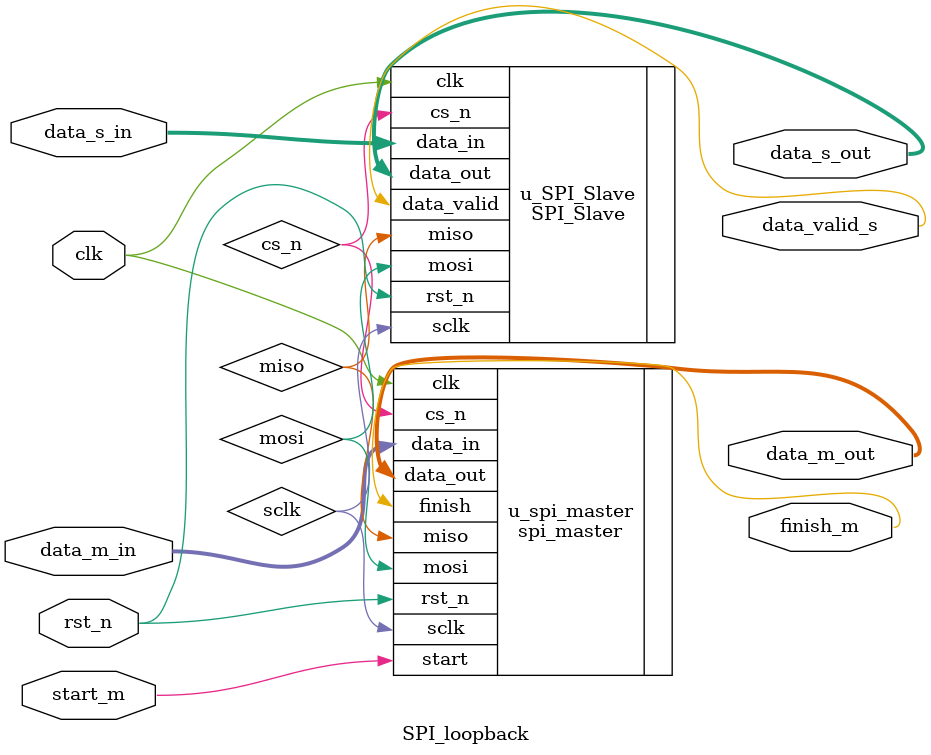
<source format=v>

`timescale 1ns/1ps

module SPI_loopback
#(
	parameter	CLK_FREQUENCE	= 50_000_000		,	
				SPI_FREQUENCE	= 5_000_000			,	
				DATA_WIDTH		= 8					,	
				CPOL			= 0					,	
				CPHA			= 0					 	
)
(
	input							clk			,
	input							rst_n		,
	input		[DATA_WIDTH-1:0]	data_m_in	,
	input		[DATA_WIDTH-1:0]	data_s_in	,
	input							start_m		,
	output							finish_m	,
	output		[DATA_WIDTH-1:0]	data_m_out	,
	output		[DATA_WIDTH-1:0]	data_s_out	,
	output							data_valid_s	 
);

wire				miso	;
wire				mosi	;
wire				cs_n	;
wire				sclk	;

spi_master 
#(
	.CLK_FREQUENCE (CLK_FREQUENCE ),
	.SPI_FREQUENCE (SPI_FREQUENCE ),
	.DATA_WIDTH    (DATA_WIDTH    ),
	.CPOL          (CPOL          ),
	.CPHA          (CPHA          ) 
)
u_spi_master(
	.clk      (clk      ),
	.rst_n    (rst_n    ),
	.data_in  (data_m_in  ),
	.start    (start_m    ),
	.miso     (miso     ),
	.sclk     (sclk     ),
	.cs_n     (cs_n     ),
	.mosi     (mosi     ),
	.finish   (finish_m   ),
	.data_out (data_m_out )
);

SPI_Slave 
#(
	.CLK_FREQUENCE (CLK_FREQUENCE ),
	.SPI_FREQUENCE (SPI_FREQUENCE ),
	.DATA_WIDTH    (DATA_WIDTH    ),
	.CPOL          (CPOL          ),
	.CPHA          (CPHA          ) 
)
u_SPI_Slave(
	.clk        (clk        ),
	.rst_n      (rst_n      ),
	.data_in    (data_s_in    ),
	.sclk       (sclk       ),
	.cs_n       (cs_n       ),
	.mosi       (mosi       ),
	.miso       (miso       ),
	.data_valid (data_valid_s ),
	.data_out   (data_s_out   )
);

endmodule

</source>
